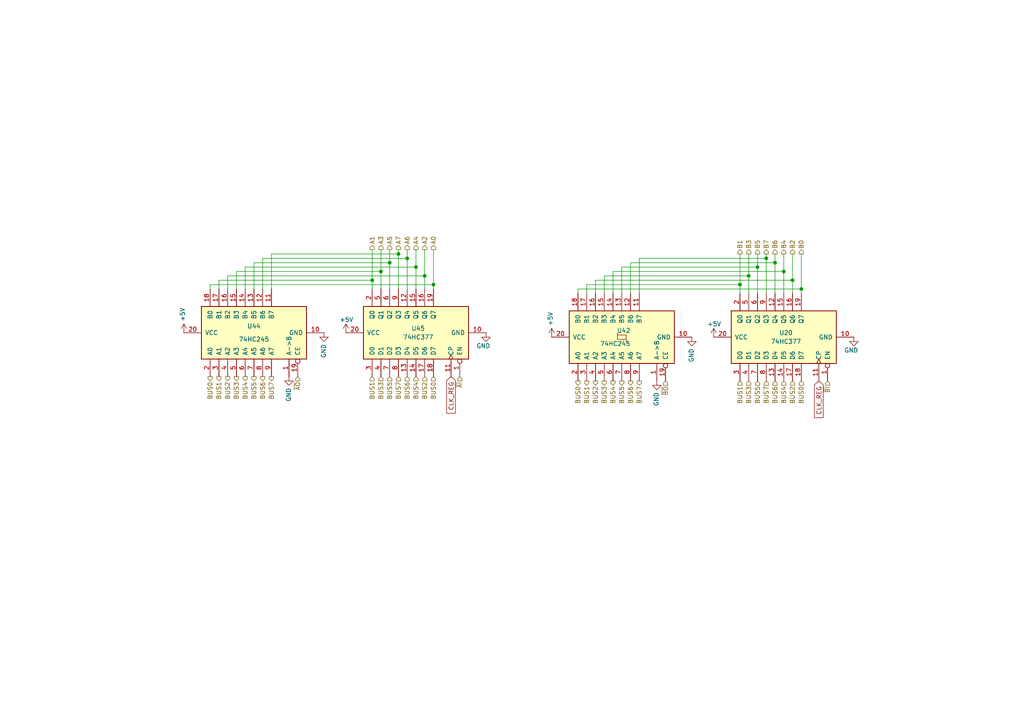
<source format=kicad_sch>
(kicad_sch (version 20250114) (generator "eeschema") (generator_version "9.0")
  (paper "A4")
  (title_block (title "Registers A & B") (date "2025-01-09") (rev "1.4 Redux") (comment 2 "creativecommons.org/licenses/by-nc-sa/4.0/") (comment 3 "This work is licensed under CC BY-NC-SA 4.0") (comment 4 "Author: Carsten Herting (slu4)"))
  (lib_symbols
    (symbol "74xx:74HC245" (pin_names (offset 1.016))
      (property "Reference" "U" (at -7.62 16.51 0))
      (property "Value" "74HC245" (at -7.62 -16.51 0))
      (symbol "74HC245_1_0"
        (polyline (pts (xy -1.27 -1.27) (xy 0.635 -1.27) (xy 0.635 1.27) (xy 1.27 1.27)))
        (polyline (pts (xy -0.635 -1.27) (xy -0.635 1.27) (xy 0.635 1.27)))
        (pin tri_state line (at -12.7 12.7 0) (length 5.08) (name "A0") (number "2"))
        (pin tri_state line (at -12.7 10.16 0) (length 5.08) (name "A1") (number "3"))
        (pin tri_state line (at -12.7 7.62 0) (length 5.08) (name "A2") (number "4"))
        (pin tri_state line (at -12.7 5.08 0) (length 5.08) (name "A3") (number "5"))
        (pin tri_state line (at -12.7 2.54 0) (length 5.08) (name "A4") (number "6"))
        (pin tri_state line (at -12.7 0 0) (length 5.08) (name "A5") (number "7"))
        (pin tri_state line (at -12.7 -2.54 0) (length 5.08) (name "A6") (number "8"))
        (pin tri_state line (at -12.7 -5.08 0) (length 5.08) (name "A7") (number "9"))
        (pin input line (at -12.7 -10.16 0) (length 5.08) (name "A->B") (number "1"))
        (pin input inverted (at -12.7 -12.7 0) (length 5.08) (name "CE") (number "19"))
        (pin power_in line (at 0 20.32 270) (length 5.08) (name "VCC") (number "20"))
        (pin power_in line (at 0 -20.32 90) (length 5.08) (name "GND") (number "10"))
        (pin tri_state line (at 12.7 12.7 180) (length 5.08) (name "B0") (number "18"))
        (pin tri_state line (at 12.7 10.16 180) (length 5.08) (name "B1") (number "17"))
        (pin tri_state line (at 12.7 7.62 180) (length 5.08) (name "B2") (number "16"))
        (pin tri_state line (at 12.7 5.08 180) (length 5.08) (name "B3") (number "15"))
        (pin tri_state line (at 12.7 2.54 180) (length 5.08) (name "B4") (number "14"))
        (pin tri_state line (at 12.7 0 180) (length 5.08) (name "B5") (number "13"))
        (pin tri_state line (at 12.7 -2.54 180) (length 5.08) (name "B6") (number "12"))
        (pin tri_state line (at 12.7 -5.08 180) (length 5.08) (name "B7") (number "11"))
      )
      (symbol "74HC245_1_1"
        (rectangle (start -7.62 15.24) (end 7.62 -15.24) (stroke (width 0.254)) (fill (type background)))
      )
    )
    (symbol "8-Bit CPU 32k:74HC245" (pin_names (offset 1.016))
      (property "Reference" "U" (at 0 -6.35 90))
      (property "Value" "74HC245" (at 0 2.54 90))
      (symbol "74HC245_1_0"
        (pin tri_state line (at -12.7 12.7 0) (length 5.08) (name "A0") (number "2"))
        (pin tri_state line (at -12.7 10.16 0) (length 5.08) (name "A1") (number "3"))
        (pin tri_state line (at -12.7 7.62 0) (length 5.08) (name "A2") (number "4"))
        (pin tri_state line (at -12.7 5.08 0) (length 5.08) (name "A3") (number "5"))
        (pin tri_state line (at -12.7 2.54 0) (length 5.08) (name "A4") (number "6"))
        (pin tri_state line (at -12.7 0 0) (length 5.08) (name "A5") (number "7"))
        (pin tri_state line (at -12.7 -2.54 0) (length 5.08) (name "A6") (number "8"))
        (pin tri_state line (at -12.7 -5.08 0) (length 5.08) (name "A7") (number "9"))
        (pin input line (at -12.7 -10.16 0) (length 5.08) (name "A->B") (number "1"))
        (pin input inverted (at -12.7 -12.7 0) (length 5.08) (name "CE") (number "19"))
        (pin power_in line (at 0 20.32 270) (length 5.08) (name "VCC") (number "20"))
        (pin power_in line (at 0 -20.32 90) (length 5.08) (name "GND") (number "10"))
        (pin input line (at 12.7 12.7 180) (length 5.08) (name "B0") (number "18"))
        (pin input line (at 12.7 10.16 180) (length 5.08) (name "B1") (number "17"))
        (pin input line (at 12.7 7.62 180) (length 5.08) (name "B2") (number "16"))
        (pin input line (at 12.7 5.08 180) (length 5.08) (name "B3") (number "15"))
        (pin input line (at 12.7 2.54 180) (length 5.08) (name "B4") (number "14"))
        (pin input line (at 12.7 0 180) (length 5.08) (name "B5") (number "13"))
        (pin input line (at 12.7 -2.54 180) (length 5.08) (name "B6") (number "12"))
        (pin input line (at 12.7 -5.08 180) (length 5.08) (name "B7") (number "11"))
      )
      (symbol "74HC245_1_1"
        (rectangle (start -7.62 15.24) (end 7.62 -15.24) (stroke (width 0.254)) (fill (type background)))
      )
    )
    (symbol "8-Bit CPU 32k:74HC377" (pin_names (offset 1.016))
      (property "Reference" "U" (at 1.27 0 90))
      (property "Value" "74HC377" (at -1.27 0 90))
      (symbol "74HC377_1_0"
        (pin input line (at -12.7 12.7 0) (length 5.08) (name "D0") (number "3"))
        (pin input line (at -12.7 10.16 0) (length 5.08) (name "D1") (number "4"))
        (pin input line (at -12.7 7.62 0) (length 5.08) (name "D2") (number "7"))
        (pin input line (at -12.7 5.08 0) (length 5.08) (name "D3") (number "8"))
        (pin input line (at -12.7 2.54 0) (length 5.08) (name "D4") (number "13"))
        (pin input line (at -12.7 0 0) (length 5.08) (name "D5") (number "14"))
        (pin input line (at -12.7 -2.54 0) (length 5.08) (name "D6") (number "17"))
        (pin input line (at -12.7 -5.08 0) (length 5.08) (name "D7") (number "18"))
        (pin input clock (at -12.7 -10.16 0) (length 5.08) (name "CP") (number "11"))
        (pin input inverted (at -12.7 -12.7 0) (length 5.08) (name "EN") (number "1"))
        (pin power_in line (at 0 20.32 270) (length 5.08) (name "VCC") (number "20"))
        (pin power_in line (at 0 -20.32 90) (length 5.08) (name "GND") (number "10"))
        (pin output line (at 12.7 12.7 180) (length 5.08) (name "Q0") (number "2"))
        (pin output line (at 12.7 10.16 180) (length 5.08) (name "Q1") (number "5"))
        (pin output line (at 12.7 7.62 180) (length 5.08) (name "Q2") (number "6"))
        (pin output line (at 12.7 5.08 180) (length 5.08) (name "Q3") (number "9"))
        (pin output line (at 12.7 2.54 180) (length 5.08) (name "Q4") (number "12"))
        (pin output line (at 12.7 0 180) (length 5.08) (name "Q5") (number "15"))
        (pin output line (at 12.7 -2.54 180) (length 5.08) (name "Q6") (number "16"))
        (pin output line (at 12.7 -5.08 180) (length 5.08) (name "Q7") (number "19"))
      )
      (symbol "74HC377_1_1"
        (rectangle (start -7.62 15.24) (end 7.62 -15.24) (stroke (width 0.254)) (fill (type background)))
      )
    )
    (symbol "power:+5V" (power) (pin_numbers (hide yes)) (pin_names (offset 0) (hide yes))
      (property "Value" "+5V" (at 0 3.556 0))
      (symbol "+5V_0_1"
        (polyline (pts (xy -0.762 1.27) (xy 0 2.54)))
        (polyline (pts (xy 0 2.54) (xy 0.762 1.27)))
        (polyline (pts (xy 0 0) (xy 0 2.54)))
      )
      (symbol "+5V_1_1"
        (pin power_in line (at 0 0 90) (length 0) (name "~") (number "1"))
      )
    )
    (symbol "power:GND" (power) (pin_numbers (hide yes)) (pin_names (offset 0) (hide yes))
      (property "Value" "GND" (at 0 -3.81 0))
      (symbol "GND_0_1"
        (polyline (pts (xy 0 0) (xy 0 -1.27) (xy 1.27 -1.27) (xy 0 -2.54) (xy -1.27 -1.27) (xy 0 -1.27)))
      )
      (symbol "GND_1_1"
        (pin power_in line (at 0 0 270) (length 0) (name "~") (number "1"))
      )
    )
  )
  (junction (at 222.25 74.93))
  (junction (at 217.17 80.01))
  (junction (at 113.03 76.2))
  (junction (at 107.95 81.28))
  (junction (at 118.11 74.93))
  (junction (at 229.87 81.28))
  (junction (at 224.79 76.2))
  (junction (at 110.49 78.74))
  (junction (at 115.57 73.66))
  (junction (at 214.63 82.55))
  (junction (at 120.65 77.47))
  (junction (at 123.19 80.01))
  (junction (at 219.71 77.47))
  (junction (at 227.33 78.74))
  (junction (at 125.73 82.55))
  (junction (at 232.41 83.82))
  (wire (pts (xy 232.41 73.66) (xy 232.41 83.82)))
  (wire (pts (xy 123.19 80.01) (xy 123.19 83.82)))
  (wire (pts (xy 185.42 74.93) (xy 185.42 85.09)))
  (wire (pts (xy 118.11 72.39) (xy 118.11 74.93)))
  (wire (pts (xy 182.88 76.2) (xy 224.79 76.2)))
  (wire (pts (xy 217.17 80.01) (xy 217.17 85.09)))
  (wire (pts (xy 63.5 81.28) (xy 107.95 81.28)))
  (wire (pts (xy 172.72 81.28) (xy 229.87 81.28)))
  (wire (pts (xy 115.57 72.39) (xy 115.57 73.66)))
  (wire (pts (xy 115.57 73.66) (xy 115.57 83.82)))
  (wire (pts (xy 66.04 80.01) (xy 123.19 80.01)))
  (wire (pts (xy 123.19 72.39) (xy 123.19 80.01)))
  (wire (pts (xy 73.66 76.2) (xy 113.03 76.2)))
  (wire (pts (xy 118.11 74.93) (xy 118.11 83.82)))
  (wire (pts (xy 76.2 74.93) (xy 76.2 83.82)))
  (wire (pts (xy 214.63 73.66) (xy 214.63 82.55)))
  (wire (pts (xy 175.26 85.09) (xy 175.26 80.01)))
  (wire (pts (xy 222.25 73.66) (xy 222.25 74.93)))
  (wire (pts (xy 125.73 82.55) (xy 125.73 83.82)))
  (wire (pts (xy 63.5 81.28) (xy 63.5 83.82)))
  (wire (pts (xy 219.71 77.47) (xy 219.71 85.09)))
  (wire (pts (xy 232.41 83.82) (xy 232.41 85.09)))
  (wire (pts (xy 180.34 77.47) (xy 180.34 85.09)))
  (wire (pts (xy 227.33 78.74) (xy 227.33 85.09)))
  (wire (pts (xy 229.87 81.28) (xy 229.87 85.09)))
  (wire (pts (xy 167.64 83.82) (xy 167.64 85.09)))
  (wire (pts (xy 217.17 73.66) (xy 217.17 80.01)))
  (wire (pts (xy 76.2 74.93) (xy 118.11 74.93)))
  (wire (pts (xy 125.73 72.39) (xy 125.73 82.55)))
  (wire (pts (xy 177.8 78.74) (xy 227.33 78.74)))
  (wire (pts (xy 170.18 82.55) (xy 214.63 82.55)))
  (wire (pts (xy 177.8 78.74) (xy 177.8 85.09)))
  (wire (pts (xy 73.66 76.2) (xy 73.66 83.82)))
  (wire (pts (xy 60.96 82.55) (xy 125.73 82.55)))
  (wire (pts (xy 68.58 83.82) (xy 68.58 78.74)))
  (wire (pts (xy 224.79 73.66) (xy 224.79 76.2)))
  (wire (pts (xy 78.74 73.66) (xy 115.57 73.66)))
  (wire (pts (xy 172.72 85.09) (xy 172.72 81.28)))
  (wire (pts (xy 113.03 76.2) (xy 113.03 83.82)))
  (wire (pts (xy 78.74 73.66) (xy 78.74 83.82)))
  (wire (pts (xy 71.12 77.47) (xy 71.12 83.82)))
  (wire (pts (xy 180.34 77.47) (xy 219.71 77.47)))
  (wire (pts (xy 120.65 77.47) (xy 120.65 83.82)))
  (wire (pts (xy 214.63 82.55) (xy 214.63 85.09)))
  (wire (pts (xy 219.71 73.66) (xy 219.71 77.47)))
  (wire (pts (xy 71.12 77.47) (xy 120.65 77.47)))
  (wire (pts (xy 224.79 76.2) (xy 224.79 85.09)))
  (wire (pts (xy 227.33 73.66) (xy 227.33 78.74)))
  (wire (pts (xy 170.18 82.55) (xy 170.18 85.09)))
  (wire (pts (xy 222.25 74.93) (xy 222.25 85.09)))
  (wire (pts (xy 175.26 80.01) (xy 217.17 80.01)))
  (wire (pts (xy 229.87 73.66) (xy 229.87 81.28)))
  (wire (pts (xy 182.88 76.2) (xy 182.88 85.09)))
  (wire (pts (xy 68.58 78.74) (xy 110.49 78.74)))
  (wire (pts (xy 113.03 72.39) (xy 113.03 76.2)))
  (wire (pts (xy 107.95 72.39) (xy 107.95 81.28)))
  (wire (pts (xy 167.64 83.82) (xy 232.41 83.82)))
  (wire (pts (xy 60.96 82.55) (xy 60.96 83.82)))
  (wire (pts (xy 110.49 78.74) (xy 110.49 83.82)))
  (wire (pts (xy 120.65 72.39) (xy 120.65 77.47)))
  (wire (pts (xy 66.04 83.82) (xy 66.04 80.01)))
  (wire (pts (xy 110.49 72.39) (xy 110.49 78.74)))
  (wire (pts (xy 107.95 81.28) (xy 107.95 83.82)))
  (wire (pts (xy 185.42 74.93) (xy 222.25 74.93)))
  (global_label "CLK_REG" (shape input) (at 130.81 109.22 270) (property "Intersheetrefs" "${INTERSHEET_REFS}" (effects (hide yes))))
  (global_label "CLK_REG" (shape input) (at 237.49 110.49 270) (property "Intersheetrefs" "${INTERSHEET_REFS}" (effects (hide yes))))
  (hierarchical_label "BUS3" (shape output) (at 68.58 109.22 270))
  (hierarchical_label "B0" (shape output) (at 232.41 73.66 90))
  (hierarchical_label "BUS6" (shape output) (at 76.2 109.22 270))
  (hierarchical_label "BUS0" (shape output) (at 60.96 109.22 270))
  (hierarchical_label "~{AI}" (shape input) (at 133.35 109.22 270))
  (hierarchical_label "A5" (shape output) (at 113.03 72.39 90))
  (hierarchical_label "BUS3" (shape input) (at 217.17 110.49 270))
  (hierarchical_label "BUS6" (shape output) (at 182.88 110.49 270))
  (hierarchical_label "BUS4" (shape output) (at 177.8 110.49 270))
  (hierarchical_label "BUS1" (shape input) (at 107.95 109.22 270))
  (hierarchical_label "BUS7" (shape output) (at 78.74 109.22 270))
  (hierarchical_label "A4" (shape output) (at 120.65 72.39 90))
  (hierarchical_label "BUS2" (shape input) (at 123.19 109.22 270))
  (hierarchical_label "BUS1" (shape output) (at 170.18 110.49 270))
  (hierarchical_label "BUS3" (shape output) (at 175.26 110.49 270))
  (hierarchical_label "A1" (shape output) (at 107.95 72.39 90))
  (hierarchical_label "BUS1" (shape input) (at 214.63 110.49 270))
  (hierarchical_label "B2" (shape output) (at 229.87 73.66 90))
  (hierarchical_label "BUS5" (shape output) (at 73.66 109.22 270))
  (hierarchical_label "A2" (shape output) (at 123.19 72.39 90))
  (hierarchical_label "B4" (shape output) (at 227.33 73.66 90))
  (hierarchical_label "BUS7" (shape input) (at 115.57 109.22 270))
  (hierarchical_label "BUS2" (shape output) (at 66.04 109.22 270))
  (hierarchical_label "B7" (shape output) (at 222.25 73.66 90))
  (hierarchical_label "BUS1" (shape output) (at 63.5 109.22 270))
  (hierarchical_label "BUS6" (shape input) (at 224.79 110.49 270))
  (hierarchical_label "A6" (shape output) (at 118.11 72.39 90))
  (hierarchical_label "BUS3" (shape input) (at 110.49 109.22 270))
  (hierarchical_label "BUS4" (shape output) (at 71.12 109.22 270))
  (hierarchical_label "BUS0" (shape input) (at 125.73 109.22 270))
  (hierarchical_label "BUS4" (shape input) (at 227.33 110.49 270))
  (hierarchical_label "~{AO}" (shape input) (at 86.36 109.22 270))
  (hierarchical_label "BUS0" (shape input) (at 232.41 110.49 270))
  (hierarchical_label "B6" (shape output) (at 224.79 73.66 90))
  (hierarchical_label "~{BI}" (shape input) (at 240.03 110.49 270))
  (hierarchical_label "BUS2" (shape output) (at 172.72 110.49 270))
  (hierarchical_label "BUS5" (shape output) (at 180.34 110.49 270))
  (hierarchical_label "BUS5" (shape input) (at 219.71 110.49 270))
  (hierarchical_label "B1" (shape output) (at 214.63 73.66 90))
  (hierarchical_label "BUS7" (shape output) (at 185.42 110.49 270))
  (hierarchical_label "BUS6" (shape input) (at 118.11 109.22 270))
  (hierarchical_label "BUS2" (shape input) (at 229.87 110.49 270))
  (hierarchical_label "B3" (shape output) (at 217.17 73.66 90))
  (hierarchical_label "BUS4" (shape input) (at 120.65 109.22 270))
  (hierarchical_label "~{BO}" (shape input) (at 193.04 110.49 270))
  (hierarchical_label "BUS0" (shape output) (at 167.64 110.49 270))
  (hierarchical_label "A7" (shape output) (at 115.57 72.39 90))
  (hierarchical_label "BUS5" (shape input) (at 113.03 109.22 270))
  (hierarchical_label "A3" (shape output) (at 110.49 72.39 90))
  (hierarchical_label "B5" (shape output) (at 219.71 73.66 90))
  (hierarchical_label "BUS7" (shape input) (at 222.25 110.49 270))
  (hierarchical_label "A0" (shape output) (at 125.73 72.39 90))
  (symbol (lib_id "power:+5V") (at 160.02 97.79 0) (mirror y) (unit 1)
    (property "Reference" "#PWR0158" (effects (hide yes)))
    (property "Value" "+5V" (at 159.639 94.5388 90) (effects (justify left)))
    (property "Description" "Power symbol creates a global label with name \"+5V\"" (effects (hide yes)))
  )
  (symbol (lib_id "power:+5V") (at 207.01 97.79 0) (unit 1)
    (property "Reference" "#PWR0123" (effects (hide yes)))
    (property "Value" "+5V" (at 205.105 93.98 0) (effects (justify left)))
    (property "Description" "Power symbol creates a global label with name \"+5V\"" (effects (hide yes)))
  )
  (symbol (lib_id "power:GND") (at 93.98 96.52 0) (mirror y) (unit 1)
    (property "Reference" "#PWR081" (effects (hide yes)))
    (property "Value" "GND" (at 93.853 99.7712 90) (effects (justify right)))
    (property "Description" "Power symbol creates a global label with name \"GND\" , ground" (effects (hide yes)))
  )
  (symbol (lib_id "8-Bit CPU 32k:74HC245") (at 73.66 96.52 90) (unit 1)
    (property "Reference" "U44" (at 73.66 94.615 90))
    (property "Value" "74HC245" (at 73.66 98.425 90))
    (property "Footprint" "Package_DIP:DIP-20_W7.62mm_Socket" (effects (hide yes)))
    (property "Datasheet" "http://www.ti.com/lit/gpn/sn74HC245" (effects (hide yes)))
    (property "Description" "Octal BUS Transceivers, 3-State outputs" (effects (hide yes)))
  )
  (symbol (lib_id "power:GND") (at 83.82 109.22 0) (mirror y) (unit 1)
    (property "Reference" "#PWR080" (effects (hide yes)))
    (property "Value" "GND" (at 83.693 112.4712 90) (effects (justify right)))
    (property "Description" "Power symbol creates a global label with name \"GND\" , ground" (effects (hide yes)))
  )
  (symbol (lib_id "power:GND") (at 190.5 110.49 0) (mirror y) (unit 1)
    (property "Reference" "#PWR0159" (effects (hide yes)))
    (property "Value" "GND" (at 190.373 113.7412 90) (effects (justify right)))
    (property "Description" "Power symbol creates a global label with name \"GND\" , ground" (effects (hide yes)))
  )
  (symbol (lib_id "8-Bit CPU 32k:74HC377") (at 120.65 96.52 90) (unit 1)
    (property "Reference" "U45" (at 121.285 95.2531 90))
    (property "Value" "74HC377" (at 121.285 97.79 90))
    (property "Footprint" "Package_DIP:DIP-20_W7.62mm_Socket" (effects (hide yes)))
    (property "Datasheet" "http://www.ti.com/lit/gpn/sn74LS574" (effects (hide yes)))
    (property "Description" "8-bit Register, 3-state outputs" (effects (hide yes)))
  )
  (symbol (lib_id "power:GND") (at 200.66 97.79 0) (mirror y) (unit 1)
    (property "Reference" "#PWR0127" (effects (hide yes)))
    (property "Value" "GND" (at 200.533 101.0412 90) (effects (justify right)))
    (property "Description" "Power symbol creates a global label with name \"GND\" , ground" (effects (hide yes)))
  )
  (symbol (lib_id "power:+5V") (at 53.34 96.52 0) (mirror y) (unit 1)
    (property "Reference" "#PWR076" (effects (hide yes)))
    (property "Value" "+5V" (at 52.959 93.2688 90) (effects (justify left)))
    (property "Description" "Power symbol creates a global label with name \"+5V\"" (effects (hide yes)))
  )
  (symbol (lib_id "8-Bit CPU 32k:74HC377") (at 227.33 97.79 90) (unit 1)
    (property "Reference" "U20" (at 227.965 96.5231 90))
    (property "Value" "74HC377" (at 227.965 99.06 90))
    (property "Footprint" "Package_DIP:DIP-20_W7.62mm_Socket" (effects (hide yes)))
    (property "Datasheet" "http://www.ti.com/lit/gpn/sn74LS574" (effects (hide yes)))
    (property "Description" "8-bit Register, 3-state outputs" (effects (hide yes)))
  )
  (symbol (lib_id "power:GND") (at 247.65 97.79 0) (unit 1)
    (property "Reference" "#PWR0122" (effects (hide yes)))
    (property "Value" "GND" (at 248.92 101.6 0) (effects (justify right)))
    (property "Description" "Power symbol creates a global label with name \"GND\" , ground" (effects (hide yes)))
  )
  (symbol (lib_id "74xx:74HC245") (at 180.34 97.79 90) (unit 1)
    (property "Reference" "U42" (at 182.88 95.885 90) (effects (justify left)))
    (property "Value" "74HC245" (at 182.88 99.695 90) (effects (justify left)))
    (property "Footprint" "Package_DIP:DIP-20_W7.62mm_Socket" (effects (hide yes)))
    (property "Datasheet" "http://www.ti.com/lit/gpn/sn74HC245" (effects (hide yes)))
    (property "Description" "Octal BUS Transceivers, 3-State outputs" (effects (hide yes)))
  )
  (symbol (lib_id "power:+5V") (at 100.33 96.52 0) (unit 1)
    (property "Reference" "#PWR091" (effects (hide yes)))
    (property "Value" "+5V" (at 98.425 92.71 0) (effects (justify left)))
    (property "Description" "Power symbol creates a global label with name \"+5V\"" (effects (hide yes)))
  )
  (symbol (lib_id "power:GND") (at 140.97 96.52 0) (unit 1)
    (property "Reference" "#PWR093" (effects (hide yes)))
    (property "Value" "GND" (at 142.24 100.33 0) (effects (justify right)))
    (property "Description" "Power symbol creates a global label with name \"GND\" , ground" (effects (hide yes)))
  )
)
</source>
